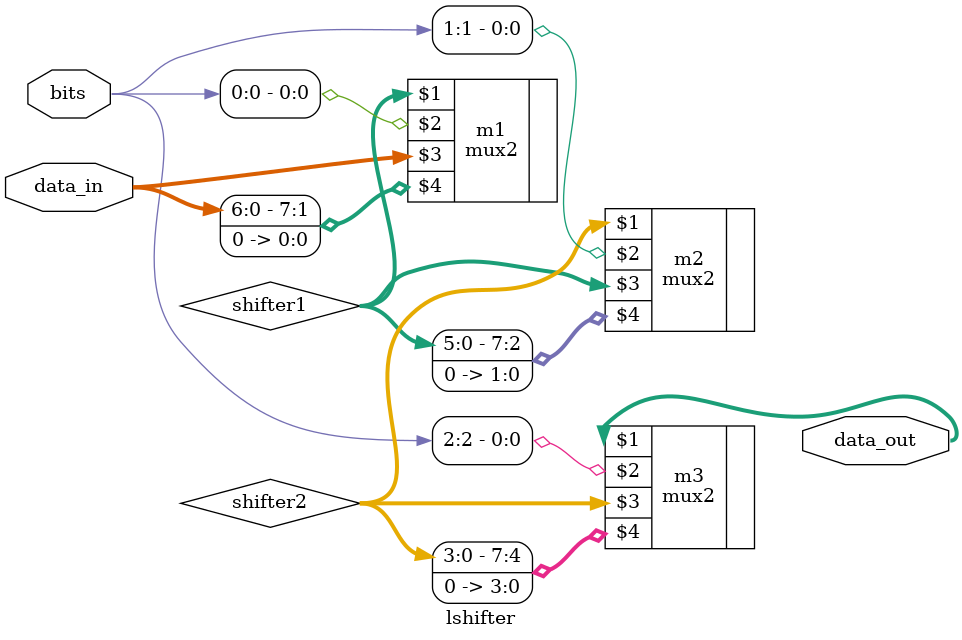
<source format=v>
module lshifter(data_in, data_out, bits);

parameter data_width = 8;
parameter shift_len = 3;

input [data_width-1:0] data_in;
input [shift_len-1:0] bits;
output [data_width-1:0] data_out;

wire [data_width-1:0] shifter1, shifter2;

mux2 m1(shifter1, bits[0], data_in,  {data_in[data_width-2:0], 1'b0});
mux2 m2(shifter2, bits[1], shifter1, {shifter1[data_width-3:0], 2'b0});
mux2 m3(data_out, bits[2], shifter2, {shifter2[data_width-5:0], 4'b0});

endmodule

</source>
